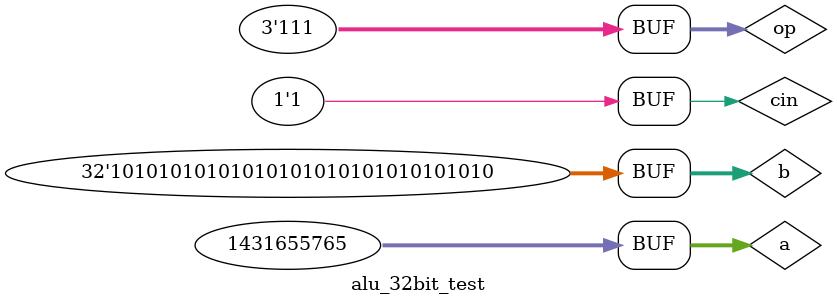
<source format=v>
module alu_32bit_test();
	reg[31:0] b;
	reg[31:0] a;
	wire cout;
	wire[31:0] result;
	reg cin;
	reg lessi;
	reg [2:0]op;

	alu_32bit alu_32bit(result, cout, op, a, b);

	initial begin
		a= 32'b01010101010101010101010101010101; b=32'b10101010101010101010101010101010; cin=1'b0; op=3'b000; 						//test case for and operation
		#20;	
		a= 32'b01010101010101010101010101010101; b=32'b10101010101010101010101010101010;  cin=1'b0; op=3'b001;						//test case for or operation
		#20;
		a= 32'b01010101010101010101010101010101; b=32'b10101010101010101010101010101010;  cin=1'b0; op=3'b010;						//test case for add operation
		#20;
		a= 32'b01010101010101010101010101010101; b=32'b10101010101010101010101010101010;  cin=1'b0; op=3'b110;						//test case for subtract operation
		#20;
		a= 32'b01010101010101010101010101010101; b=32'b10101010101010101010101010101010;  cin=1'b1; op=3'b111;						//test case for slt operation
		end

	initial begin
		$monitor("time=%2d,a=%32b,b=%32b,cin=%1b,op=%3b,res=%32b,cout=%1b", $time, a , b, cin, op, result, cout);
	end

endmodule
</source>
